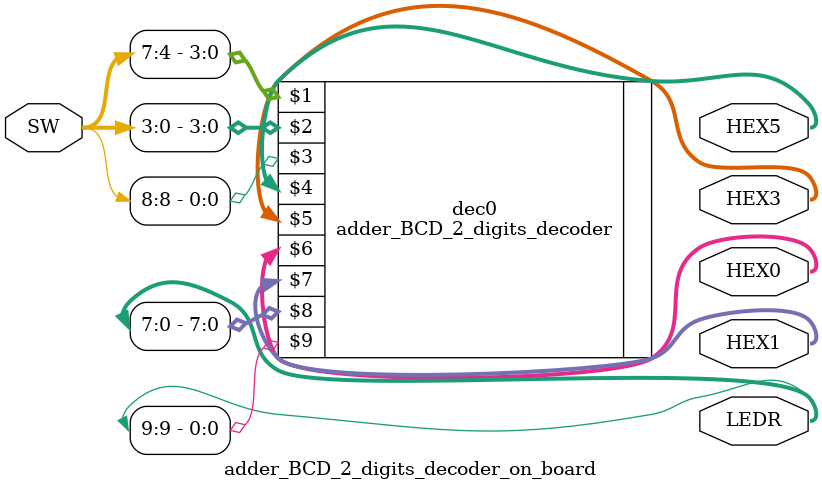
<source format=v>
module adder_BCD_2_digits_decoder_on_board(input [8:0]SW,
															output [0:6] HEX0, HEX1, HEX3, HEX5, 
															output [9:0] LEDR);
	
	adder_BCD_2_digits_decoder dec0(SW[7:4], SW[3:0], SW[8], HEX5[0:6], HEX3[0:6], HEX0[0:6], HEX1[0:6], LEDR[7:0], LEDR[9]);
	
endmodule

</source>
